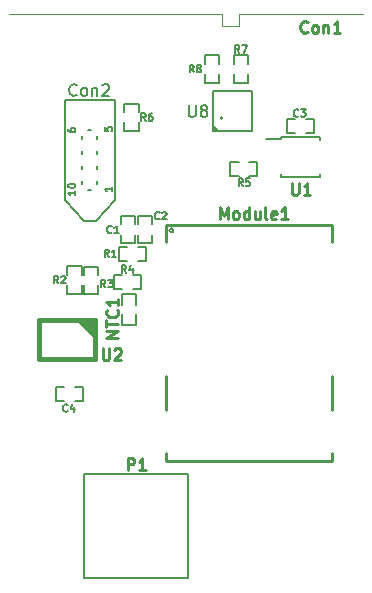
<source format=gbr>
G04 #@! TF.GenerationSoftware,KiCad,Pcbnew,5.1.9-73d0e3b20d~88~ubuntu20.04.1*
G04 #@! TF.CreationDate,2021-01-21T11:53:33+01:00*
G04 #@! TF.ProjectId,lorawan_e78-868ln22s_minipci,6c6f7261-7761-46e5-9f65-37382d383638,V1.0*
G04 #@! TF.SameCoordinates,Original*
G04 #@! TF.FileFunction,Legend,Top*
G04 #@! TF.FilePolarity,Positive*
%FSLAX46Y46*%
G04 Gerber Fmt 4.6, Leading zero omitted, Abs format (unit mm)*
G04 Created by KiCad (PCBNEW 5.1.9-73d0e3b20d~88~ubuntu20.04.1) date 2021-01-21 11:53:33*
%MOMM*%
%LPD*%
G01*
G04 APERTURE LIST*
%ADD10C,0.150000*%
%ADD11C,0.100000*%
%ADD12C,0.010000*%
%ADD13C,0.254000*%
%ADD14C,0.127000*%
%ADD15C,0.381000*%
%ADD16C,0.203200*%
%ADD17C,0.250000*%
G04 APERTURE END LIST*
D10*
X155420000Y-78945000D02*
X155420000Y-78945000D01*
X158720000Y-78945000D02*
X155420000Y-78945000D01*
X158720000Y-82395000D02*
X158720000Y-78945000D01*
X155420000Y-82395000D02*
X158720000Y-82395000D01*
X155420000Y-78945000D02*
X155420000Y-82395000D01*
D11*
G36*
X155920000Y-82370000D02*
G01*
X155420000Y-81870000D01*
X155420000Y-82370000D01*
X155920000Y-82370000D01*
G37*
X155920000Y-82370000D02*
X155420000Y-81870000D01*
X155420000Y-82370000D01*
X155920000Y-82370000D01*
D10*
X156220000Y-81270000D02*
G75*
G03*
X156220000Y-81270000I-100000J0D01*
G01*
X161165000Y-82895000D02*
X161165000Y-83070000D01*
X164515000Y-82895000D02*
X164515000Y-83145000D01*
X164515000Y-86245000D02*
X164515000Y-85995000D01*
X161165000Y-86245000D02*
X161165000Y-85995000D01*
X161165000Y-82895000D02*
X164515000Y-82895000D01*
X161165000Y-86245000D02*
X164515000Y-86245000D01*
X161165000Y-83070000D02*
X159915000Y-83070000D01*
X147710000Y-97880000D02*
X147710000Y-98780000D01*
X147710000Y-98780000D02*
X148910000Y-98780000D01*
X148910000Y-98780000D02*
X148910000Y-97880000D01*
X147710000Y-96180000D02*
X147710000Y-97080000D01*
X148910000Y-97080000D02*
X148910000Y-96180000D01*
X148910000Y-96180000D02*
X147710000Y-96180000D01*
D12*
X168137843Y-72467433D02*
X157637843Y-72467433D01*
X157637843Y-73467433D02*
X156137843Y-73467433D01*
X157637843Y-72467433D02*
X157637843Y-73467433D01*
X156137843Y-72467433D02*
X138137843Y-72467433D01*
X156137843Y-73467433D02*
X156137843Y-72467433D01*
D10*
X144530000Y-111410000D02*
X144530000Y-120210000D01*
X153330000Y-111410000D02*
X153330000Y-120210000D01*
X144530000Y-111410000D02*
X153330000Y-111410000D01*
X144530000Y-120210000D02*
X153330000Y-120210000D01*
D13*
X151450000Y-103080000D02*
X151450000Y-105950000D01*
X165450000Y-103080000D02*
X165450000Y-105950000D01*
X165450000Y-90340000D02*
X165450000Y-91760000D01*
X165450000Y-109650000D02*
X165450000Y-110340000D01*
X151450000Y-109650000D02*
X151450000Y-110340000D01*
X165450000Y-90340000D02*
X151450000Y-90340000D01*
X151450000Y-110340000D02*
X165450000Y-110340000D01*
X151450000Y-90340000D02*
X151450000Y-91760000D01*
D14*
X152069603Y-90780000D02*
G75*
G03*
X152069603Y-90780000I-179603J0D01*
G01*
D10*
X147630000Y-91140000D02*
X147630000Y-91840000D01*
X147630000Y-91840000D02*
X148830000Y-91840000D01*
X148830000Y-91840000D02*
X148830000Y-91140000D01*
X147630000Y-90240000D02*
X147630000Y-89540000D01*
X147630000Y-89540000D02*
X148830000Y-89540000D01*
X148830000Y-89540000D02*
X148830000Y-90240000D01*
X150260000Y-89550000D02*
X150260000Y-90250000D01*
X149060000Y-89550000D02*
X150260000Y-89550000D01*
X149060000Y-90250000D02*
X149060000Y-89550000D01*
X150260000Y-91850000D02*
X150260000Y-91150000D01*
X149060000Y-91850000D02*
X150260000Y-91850000D01*
X149060000Y-91150000D02*
X149060000Y-91850000D01*
X147470000Y-92150000D02*
X148170000Y-92150000D01*
X147470000Y-93350000D02*
X147470000Y-92150000D01*
X148170000Y-93350000D02*
X147470000Y-93350000D01*
X149770000Y-92150000D02*
X149070000Y-92150000D01*
X149770000Y-93350000D02*
X149770000Y-92150000D01*
X149070000Y-93350000D02*
X149770000Y-93350000D01*
X144290000Y-94530000D02*
X144290000Y-93830000D01*
X144290000Y-93830000D02*
X143090000Y-93830000D01*
X143090000Y-93830000D02*
X143090000Y-94530000D01*
X144290000Y-95430000D02*
X144290000Y-96130000D01*
X144290000Y-96130000D02*
X143090000Y-96130000D01*
X143090000Y-96130000D02*
X143090000Y-95430000D01*
X144490000Y-96140000D02*
X144490000Y-95440000D01*
X145690000Y-96140000D02*
X144490000Y-96140000D01*
X145690000Y-95440000D02*
X145690000Y-96140000D01*
X144490000Y-93840000D02*
X144490000Y-94540000D01*
X145690000Y-93840000D02*
X144490000Y-93840000D01*
X145690000Y-94540000D02*
X145690000Y-93840000D01*
X149330000Y-95760000D02*
X148630000Y-95760000D01*
X149330000Y-94560000D02*
X149330000Y-95760000D01*
X148630000Y-94560000D02*
X149330000Y-94560000D01*
X147030000Y-95760000D02*
X147730000Y-95760000D01*
X147030000Y-94560000D02*
X147030000Y-95760000D01*
X147730000Y-94560000D02*
X147030000Y-94560000D01*
X157580000Y-84970000D02*
X156880000Y-84970000D01*
X156880000Y-84970000D02*
X156880000Y-86170000D01*
X156880000Y-86170000D02*
X157580000Y-86170000D01*
X158480000Y-84970000D02*
X159180000Y-84970000D01*
X159180000Y-84970000D02*
X159180000Y-86170000D01*
X159180000Y-86170000D02*
X158480000Y-86170000D01*
D15*
X145450000Y-99750000D02*
X144150000Y-98450000D01*
X145450000Y-99400000D02*
X144450000Y-98400000D01*
X145450000Y-99100000D02*
X144750000Y-98400000D01*
X145450000Y-98750000D02*
X145100000Y-98400000D01*
X140650000Y-101700000D02*
X145450000Y-101700000D01*
X145450000Y-101700000D02*
X145450000Y-98400000D01*
X145450000Y-98400000D02*
X140650000Y-98400000D01*
X140650000Y-98400000D02*
X140650000Y-101700000D01*
D10*
X163250000Y-82550000D02*
X163950000Y-82550000D01*
X163950000Y-82550000D02*
X163950000Y-81350000D01*
X163950000Y-81350000D02*
X163250000Y-81350000D01*
X162350000Y-82550000D02*
X161650000Y-82550000D01*
X161650000Y-82550000D02*
X161650000Y-81350000D01*
X161650000Y-81350000D02*
X162350000Y-81350000D01*
X142120000Y-104050000D02*
X142820000Y-104050000D01*
X142120000Y-105250000D02*
X142120000Y-104050000D01*
X142820000Y-105250000D02*
X142120000Y-105250000D01*
X144420000Y-104050000D02*
X143720000Y-104050000D01*
X144420000Y-105250000D02*
X144420000Y-104050000D01*
X143720000Y-105250000D02*
X144420000Y-105250000D01*
X147910000Y-81640000D02*
X147910000Y-82340000D01*
X147910000Y-82340000D02*
X149110000Y-82340000D01*
X149110000Y-82340000D02*
X149110000Y-81640000D01*
X147910000Y-80740000D02*
X147910000Y-80040000D01*
X147910000Y-80040000D02*
X149110000Y-80040000D01*
X149110000Y-80040000D02*
X149110000Y-80740000D01*
X157160000Y-77570000D02*
X157160000Y-78270000D01*
X157160000Y-78270000D02*
X158360000Y-78270000D01*
X158360000Y-78270000D02*
X158360000Y-77570000D01*
X157160000Y-76670000D02*
X157160000Y-75970000D01*
X157160000Y-75970000D02*
X158360000Y-75970000D01*
X158360000Y-75970000D02*
X158360000Y-76670000D01*
X155900000Y-75970000D02*
X155900000Y-76670000D01*
X154700000Y-75970000D02*
X155900000Y-75970000D01*
X154700000Y-76670000D02*
X154700000Y-75970000D01*
X155900000Y-78270000D02*
X155900000Y-77570000D01*
X154700000Y-78270000D02*
X155900000Y-78270000D01*
X154700000Y-77570000D02*
X154700000Y-78270000D01*
X144853000Y-87340000D02*
X145107000Y-87340000D01*
X145615000Y-86832000D02*
X145615000Y-86578000D01*
X145615000Y-85562000D02*
X145615000Y-85308000D01*
X145615000Y-84292000D02*
X145615000Y-84038000D01*
X145615000Y-83022000D02*
X145615000Y-82768000D01*
X145107000Y-82260000D02*
X144853000Y-82260000D01*
X144345000Y-82768000D02*
X144345000Y-83022000D01*
X144345000Y-84038000D02*
X144345000Y-84292000D01*
X144345000Y-85308000D02*
X144345000Y-85562000D01*
X144345000Y-86578000D02*
X144345000Y-86832000D01*
X147080000Y-79700000D02*
X142880000Y-79700000D01*
X142880000Y-79700000D02*
X142880000Y-88200000D01*
X147080000Y-79700000D02*
X147080000Y-88200000D01*
X144980000Y-90000000D02*
X144480000Y-90000000D01*
X144480000Y-90000000D02*
X144980000Y-90000000D01*
X144980000Y-90000000D02*
X145480000Y-90000000D01*
X147080000Y-88200000D02*
X145480000Y-90000000D01*
X144480000Y-90000000D02*
X142880000Y-88200000D01*
D16*
X153368095Y-80162380D02*
X153368095Y-80971904D01*
X153415714Y-81067142D01*
X153463333Y-81114761D01*
X153558571Y-81162380D01*
X153749047Y-81162380D01*
X153844285Y-81114761D01*
X153891904Y-81067142D01*
X153939523Y-80971904D01*
X153939523Y-80162380D01*
X154558571Y-80590952D02*
X154463333Y-80543333D01*
X154415714Y-80495714D01*
X154368095Y-80400476D01*
X154368095Y-80352857D01*
X154415714Y-80257619D01*
X154463333Y-80210000D01*
X154558571Y-80162380D01*
X154749047Y-80162380D01*
X154844285Y-80210000D01*
X154891904Y-80257619D01*
X154939523Y-80352857D01*
X154939523Y-80400476D01*
X154891904Y-80495714D01*
X154844285Y-80543333D01*
X154749047Y-80590952D01*
X154558571Y-80590952D01*
X154463333Y-80638571D01*
X154415714Y-80686190D01*
X154368095Y-80781428D01*
X154368095Y-80971904D01*
X154415714Y-81067142D01*
X154463333Y-81114761D01*
X154558571Y-81162380D01*
X154749047Y-81162380D01*
X154844285Y-81114761D01*
X154891904Y-81067142D01*
X154939523Y-80971904D01*
X154939523Y-80781428D01*
X154891904Y-80686190D01*
X154844285Y-80638571D01*
X154749047Y-80590952D01*
D17*
X162098095Y-86762380D02*
X162098095Y-87571904D01*
X162145714Y-87667142D01*
X162193333Y-87714761D01*
X162288571Y-87762380D01*
X162479047Y-87762380D01*
X162574285Y-87714761D01*
X162621904Y-87667142D01*
X162669523Y-87571904D01*
X162669523Y-86762380D01*
X163669523Y-87762380D02*
X163098095Y-87762380D01*
X163383809Y-87762380D02*
X163383809Y-86762380D01*
X163288571Y-86905238D01*
X163193333Y-87000476D01*
X163098095Y-87048095D01*
X147382380Y-99882857D02*
X146382380Y-99882857D01*
X147382380Y-99311428D01*
X146382380Y-99311428D01*
X146382380Y-98978095D02*
X146382380Y-98406666D01*
X147382380Y-98692380D02*
X146382380Y-98692380D01*
X147287142Y-97501904D02*
X147334761Y-97549523D01*
X147382380Y-97692380D01*
X147382380Y-97787619D01*
X147334761Y-97930476D01*
X147239523Y-98025714D01*
X147144285Y-98073333D01*
X146953809Y-98120952D01*
X146810952Y-98120952D01*
X146620476Y-98073333D01*
X146525238Y-98025714D01*
X146430000Y-97930476D01*
X146382380Y-97787619D01*
X146382380Y-97692380D01*
X146430000Y-97549523D01*
X146477619Y-97501904D01*
X147382380Y-96549523D02*
X147382380Y-97120952D01*
X147382380Y-96835238D02*
X146382380Y-96835238D01*
X146525238Y-96930476D01*
X146620476Y-97025714D01*
X146668095Y-97120952D01*
X163428571Y-73957142D02*
X163380952Y-74004761D01*
X163238095Y-74052380D01*
X163142857Y-74052380D01*
X163000000Y-74004761D01*
X162904761Y-73909523D01*
X162857142Y-73814285D01*
X162809523Y-73623809D01*
X162809523Y-73480952D01*
X162857142Y-73290476D01*
X162904761Y-73195238D01*
X163000000Y-73100000D01*
X163142857Y-73052380D01*
X163238095Y-73052380D01*
X163380952Y-73100000D01*
X163428571Y-73147619D01*
X164000000Y-74052380D02*
X163904761Y-74004761D01*
X163857142Y-73957142D01*
X163809523Y-73861904D01*
X163809523Y-73576190D01*
X163857142Y-73480952D01*
X163904761Y-73433333D01*
X164000000Y-73385714D01*
X164142857Y-73385714D01*
X164238095Y-73433333D01*
X164285714Y-73480952D01*
X164333333Y-73576190D01*
X164333333Y-73861904D01*
X164285714Y-73957142D01*
X164238095Y-74004761D01*
X164142857Y-74052380D01*
X164000000Y-74052380D01*
X164761904Y-73385714D02*
X164761904Y-74052380D01*
X164761904Y-73480952D02*
X164809523Y-73433333D01*
X164904761Y-73385714D01*
X165047619Y-73385714D01*
X165142857Y-73433333D01*
X165190476Y-73528571D01*
X165190476Y-74052380D01*
X166190476Y-74052380D02*
X165619047Y-74052380D01*
X165904761Y-74052380D02*
X165904761Y-73052380D01*
X165809523Y-73195238D01*
X165714285Y-73290476D01*
X165619047Y-73338095D01*
X148191904Y-111062380D02*
X148191904Y-110062380D01*
X148572857Y-110062380D01*
X148668095Y-110110000D01*
X148715714Y-110157619D01*
X148763333Y-110252857D01*
X148763333Y-110395714D01*
X148715714Y-110490952D01*
X148668095Y-110538571D01*
X148572857Y-110586190D01*
X148191904Y-110586190D01*
X149715714Y-111062380D02*
X149144285Y-111062380D01*
X149430000Y-111062380D02*
X149430000Y-110062380D01*
X149334761Y-110205238D01*
X149239523Y-110300476D01*
X149144285Y-110348095D01*
X156000595Y-89832380D02*
X156000595Y-88832380D01*
X156333928Y-89546666D01*
X156667261Y-88832380D01*
X156667261Y-89832380D01*
X157286309Y-89832380D02*
X157191071Y-89784761D01*
X157143452Y-89737142D01*
X157095833Y-89641904D01*
X157095833Y-89356190D01*
X157143452Y-89260952D01*
X157191071Y-89213333D01*
X157286309Y-89165714D01*
X157429166Y-89165714D01*
X157524404Y-89213333D01*
X157572023Y-89260952D01*
X157619642Y-89356190D01*
X157619642Y-89641904D01*
X157572023Y-89737142D01*
X157524404Y-89784761D01*
X157429166Y-89832380D01*
X157286309Y-89832380D01*
X158476785Y-89832380D02*
X158476785Y-88832380D01*
X158476785Y-89784761D02*
X158381547Y-89832380D01*
X158191071Y-89832380D01*
X158095833Y-89784761D01*
X158048214Y-89737142D01*
X158000595Y-89641904D01*
X158000595Y-89356190D01*
X158048214Y-89260952D01*
X158095833Y-89213333D01*
X158191071Y-89165714D01*
X158381547Y-89165714D01*
X158476785Y-89213333D01*
X159381547Y-89165714D02*
X159381547Y-89832380D01*
X158952976Y-89165714D02*
X158952976Y-89689523D01*
X159000595Y-89784761D01*
X159095833Y-89832380D01*
X159238690Y-89832380D01*
X159333928Y-89784761D01*
X159381547Y-89737142D01*
X160000595Y-89832380D02*
X159905357Y-89784761D01*
X159857738Y-89689523D01*
X159857738Y-88832380D01*
X160762500Y-89784761D02*
X160667261Y-89832380D01*
X160476785Y-89832380D01*
X160381547Y-89784761D01*
X160333928Y-89689523D01*
X160333928Y-89308571D01*
X160381547Y-89213333D01*
X160476785Y-89165714D01*
X160667261Y-89165714D01*
X160762500Y-89213333D01*
X160810119Y-89308571D01*
X160810119Y-89403809D01*
X160333928Y-89499047D01*
X161762500Y-89832380D02*
X161191071Y-89832380D01*
X161476785Y-89832380D02*
X161476785Y-88832380D01*
X161381547Y-88975238D01*
X161286309Y-89070476D01*
X161191071Y-89118095D01*
D14*
X146824166Y-90956785D02*
X146793928Y-90987023D01*
X146703214Y-91017261D01*
X146642738Y-91017261D01*
X146552023Y-90987023D01*
X146491547Y-90926547D01*
X146461309Y-90866071D01*
X146431071Y-90745119D01*
X146431071Y-90654404D01*
X146461309Y-90533452D01*
X146491547Y-90472976D01*
X146552023Y-90412500D01*
X146642738Y-90382261D01*
X146703214Y-90382261D01*
X146793928Y-90412500D01*
X146824166Y-90442738D01*
X147428928Y-91017261D02*
X147066071Y-91017261D01*
X147247500Y-91017261D02*
X147247500Y-90382261D01*
X147187023Y-90472976D01*
X147126547Y-90533452D01*
X147066071Y-90563690D01*
X150894166Y-89786785D02*
X150863928Y-89817023D01*
X150773214Y-89847261D01*
X150712738Y-89847261D01*
X150622023Y-89817023D01*
X150561547Y-89756547D01*
X150531309Y-89696071D01*
X150501071Y-89575119D01*
X150501071Y-89484404D01*
X150531309Y-89363452D01*
X150561547Y-89302976D01*
X150622023Y-89242500D01*
X150712738Y-89212261D01*
X150773214Y-89212261D01*
X150863928Y-89242500D01*
X150894166Y-89272738D01*
X151136071Y-89272738D02*
X151166309Y-89242500D01*
X151226785Y-89212261D01*
X151377976Y-89212261D01*
X151438452Y-89242500D01*
X151468690Y-89272738D01*
X151498928Y-89333214D01*
X151498928Y-89393690D01*
X151468690Y-89484404D01*
X151105833Y-89847261D01*
X151498928Y-89847261D01*
X146594166Y-93037261D02*
X146382500Y-92734880D01*
X146231309Y-93037261D02*
X146231309Y-92402261D01*
X146473214Y-92402261D01*
X146533690Y-92432500D01*
X146563928Y-92462738D01*
X146594166Y-92523214D01*
X146594166Y-92613928D01*
X146563928Y-92674404D01*
X146533690Y-92704642D01*
X146473214Y-92734880D01*
X146231309Y-92734880D01*
X147198928Y-93037261D02*
X146836071Y-93037261D01*
X147017500Y-93037261D02*
X147017500Y-92402261D01*
X146957023Y-92492976D01*
X146896547Y-92553452D01*
X146836071Y-92583690D01*
X142324166Y-95267261D02*
X142112500Y-94964880D01*
X141961309Y-95267261D02*
X141961309Y-94632261D01*
X142203214Y-94632261D01*
X142263690Y-94662500D01*
X142293928Y-94692738D01*
X142324166Y-94753214D01*
X142324166Y-94843928D01*
X142293928Y-94904404D01*
X142263690Y-94934642D01*
X142203214Y-94964880D01*
X141961309Y-94964880D01*
X142566071Y-94692738D02*
X142596309Y-94662500D01*
X142656785Y-94632261D01*
X142807976Y-94632261D01*
X142868452Y-94662500D01*
X142898690Y-94692738D01*
X142928928Y-94753214D01*
X142928928Y-94813690D01*
X142898690Y-94904404D01*
X142535833Y-95267261D01*
X142928928Y-95267261D01*
X146314166Y-95607261D02*
X146102500Y-95304880D01*
X145951309Y-95607261D02*
X145951309Y-94972261D01*
X146193214Y-94972261D01*
X146253690Y-95002500D01*
X146283928Y-95032738D01*
X146314166Y-95093214D01*
X146314166Y-95183928D01*
X146283928Y-95244404D01*
X146253690Y-95274642D01*
X146193214Y-95304880D01*
X145951309Y-95304880D01*
X146525833Y-94972261D02*
X146918928Y-94972261D01*
X146707261Y-95214166D01*
X146797976Y-95214166D01*
X146858452Y-95244404D01*
X146888690Y-95274642D01*
X146918928Y-95335119D01*
X146918928Y-95486309D01*
X146888690Y-95546785D01*
X146858452Y-95577023D01*
X146797976Y-95607261D01*
X146616547Y-95607261D01*
X146556071Y-95577023D01*
X146525833Y-95546785D01*
X148064166Y-94367261D02*
X147852500Y-94064880D01*
X147701309Y-94367261D02*
X147701309Y-93732261D01*
X147943214Y-93732261D01*
X148003690Y-93762500D01*
X148033928Y-93792738D01*
X148064166Y-93853214D01*
X148064166Y-93943928D01*
X148033928Y-94004404D01*
X148003690Y-94034642D01*
X147943214Y-94064880D01*
X147701309Y-94064880D01*
X148608452Y-93943928D02*
X148608452Y-94367261D01*
X148457261Y-93702023D02*
X148306071Y-94155595D01*
X148699166Y-94155595D01*
X157944166Y-87017261D02*
X157732500Y-86714880D01*
X157581309Y-87017261D02*
X157581309Y-86382261D01*
X157823214Y-86382261D01*
X157883690Y-86412500D01*
X157913928Y-86442738D01*
X157944166Y-86503214D01*
X157944166Y-86593928D01*
X157913928Y-86654404D01*
X157883690Y-86684642D01*
X157823214Y-86714880D01*
X157581309Y-86714880D01*
X158518690Y-86382261D02*
X158216309Y-86382261D01*
X158186071Y-86684642D01*
X158216309Y-86654404D01*
X158276785Y-86624166D01*
X158427976Y-86624166D01*
X158488452Y-86654404D01*
X158518690Y-86684642D01*
X158548928Y-86745119D01*
X158548928Y-86896309D01*
X158518690Y-86956785D01*
X158488452Y-86987023D01*
X158427976Y-87017261D01*
X158276785Y-87017261D01*
X158216309Y-86987023D01*
X158186071Y-86956785D01*
D17*
X146068095Y-100772380D02*
X146068095Y-101581904D01*
X146115714Y-101677142D01*
X146163333Y-101724761D01*
X146258571Y-101772380D01*
X146449047Y-101772380D01*
X146544285Y-101724761D01*
X146591904Y-101677142D01*
X146639523Y-101581904D01*
X146639523Y-100772380D01*
X147068095Y-100867619D02*
X147115714Y-100820000D01*
X147210952Y-100772380D01*
X147449047Y-100772380D01*
X147544285Y-100820000D01*
X147591904Y-100867619D01*
X147639523Y-100962857D01*
X147639523Y-101058095D01*
X147591904Y-101200952D01*
X147020476Y-101772380D01*
X147639523Y-101772380D01*
D14*
X162644166Y-81106785D02*
X162613928Y-81137023D01*
X162523214Y-81167261D01*
X162462738Y-81167261D01*
X162372023Y-81137023D01*
X162311547Y-81076547D01*
X162281309Y-81016071D01*
X162251071Y-80895119D01*
X162251071Y-80804404D01*
X162281309Y-80683452D01*
X162311547Y-80622976D01*
X162372023Y-80562500D01*
X162462738Y-80532261D01*
X162523214Y-80532261D01*
X162613928Y-80562500D01*
X162644166Y-80592738D01*
X162855833Y-80532261D02*
X163248928Y-80532261D01*
X163037261Y-80774166D01*
X163127976Y-80774166D01*
X163188452Y-80804404D01*
X163218690Y-80834642D01*
X163248928Y-80895119D01*
X163248928Y-81046309D01*
X163218690Y-81106785D01*
X163188452Y-81137023D01*
X163127976Y-81167261D01*
X162946547Y-81167261D01*
X162886071Y-81137023D01*
X162855833Y-81106785D01*
X143114166Y-106076785D02*
X143083928Y-106107023D01*
X142993214Y-106137261D01*
X142932738Y-106137261D01*
X142842023Y-106107023D01*
X142781547Y-106046547D01*
X142751309Y-105986071D01*
X142721071Y-105865119D01*
X142721071Y-105774404D01*
X142751309Y-105653452D01*
X142781547Y-105592976D01*
X142842023Y-105532500D01*
X142932738Y-105502261D01*
X142993214Y-105502261D01*
X143083928Y-105532500D01*
X143114166Y-105562738D01*
X143658452Y-105713928D02*
X143658452Y-106137261D01*
X143507261Y-105472023D02*
X143356071Y-105925595D01*
X143749166Y-105925595D01*
X149714166Y-81507261D02*
X149502500Y-81204880D01*
X149351309Y-81507261D02*
X149351309Y-80872261D01*
X149593214Y-80872261D01*
X149653690Y-80902500D01*
X149683928Y-80932738D01*
X149714166Y-80993214D01*
X149714166Y-81083928D01*
X149683928Y-81144404D01*
X149653690Y-81174642D01*
X149593214Y-81204880D01*
X149351309Y-81204880D01*
X150258452Y-80872261D02*
X150137500Y-80872261D01*
X150077023Y-80902500D01*
X150046785Y-80932738D01*
X149986309Y-81023452D01*
X149956071Y-81144404D01*
X149956071Y-81386309D01*
X149986309Y-81446785D01*
X150016547Y-81477023D01*
X150077023Y-81507261D01*
X150197976Y-81507261D01*
X150258452Y-81477023D01*
X150288690Y-81446785D01*
X150318928Y-81386309D01*
X150318928Y-81235119D01*
X150288690Y-81174642D01*
X150258452Y-81144404D01*
X150197976Y-81114166D01*
X150077023Y-81114166D01*
X150016547Y-81144404D01*
X149986309Y-81174642D01*
X149956071Y-81235119D01*
X157644166Y-75757261D02*
X157432500Y-75454880D01*
X157281309Y-75757261D02*
X157281309Y-75122261D01*
X157523214Y-75122261D01*
X157583690Y-75152500D01*
X157613928Y-75182738D01*
X157644166Y-75243214D01*
X157644166Y-75333928D01*
X157613928Y-75394404D01*
X157583690Y-75424642D01*
X157523214Y-75454880D01*
X157281309Y-75454880D01*
X157855833Y-75122261D02*
X158279166Y-75122261D01*
X158007023Y-75757261D01*
X153794166Y-77407261D02*
X153582500Y-77104880D01*
X153431309Y-77407261D02*
X153431309Y-76772261D01*
X153673214Y-76772261D01*
X153733690Y-76802500D01*
X153763928Y-76832738D01*
X153794166Y-76893214D01*
X153794166Y-76983928D01*
X153763928Y-77044404D01*
X153733690Y-77074642D01*
X153673214Y-77104880D01*
X153431309Y-77104880D01*
X154157023Y-77044404D02*
X154096547Y-77014166D01*
X154066309Y-76983928D01*
X154036071Y-76923452D01*
X154036071Y-76893214D01*
X154066309Y-76832738D01*
X154096547Y-76802500D01*
X154157023Y-76772261D01*
X154277976Y-76772261D01*
X154338452Y-76802500D01*
X154368690Y-76832738D01*
X154398928Y-76893214D01*
X154398928Y-76923452D01*
X154368690Y-76983928D01*
X154338452Y-77014166D01*
X154277976Y-77044404D01*
X154157023Y-77044404D01*
X154096547Y-77074642D01*
X154066309Y-77104880D01*
X154036071Y-77165357D01*
X154036071Y-77286309D01*
X154066309Y-77346785D01*
X154096547Y-77377023D01*
X154157023Y-77407261D01*
X154277976Y-77407261D01*
X154338452Y-77377023D01*
X154368690Y-77346785D01*
X154398928Y-77286309D01*
X154398928Y-77165357D01*
X154368690Y-77104880D01*
X154338452Y-77074642D01*
X154277976Y-77044404D01*
D10*
X143868571Y-79287142D02*
X143820952Y-79334761D01*
X143678095Y-79382380D01*
X143582857Y-79382380D01*
X143440000Y-79334761D01*
X143344761Y-79239523D01*
X143297142Y-79144285D01*
X143249523Y-78953809D01*
X143249523Y-78810952D01*
X143297142Y-78620476D01*
X143344761Y-78525238D01*
X143440000Y-78430000D01*
X143582857Y-78382380D01*
X143678095Y-78382380D01*
X143820952Y-78430000D01*
X143868571Y-78477619D01*
X144440000Y-79382380D02*
X144344761Y-79334761D01*
X144297142Y-79287142D01*
X144249523Y-79191904D01*
X144249523Y-78906190D01*
X144297142Y-78810952D01*
X144344761Y-78763333D01*
X144440000Y-78715714D01*
X144582857Y-78715714D01*
X144678095Y-78763333D01*
X144725714Y-78810952D01*
X144773333Y-78906190D01*
X144773333Y-79191904D01*
X144725714Y-79287142D01*
X144678095Y-79334761D01*
X144582857Y-79382380D01*
X144440000Y-79382380D01*
X145201904Y-78715714D02*
X145201904Y-79382380D01*
X145201904Y-78810952D02*
X145249523Y-78763333D01*
X145344761Y-78715714D01*
X145487619Y-78715714D01*
X145582857Y-78763333D01*
X145630476Y-78858571D01*
X145630476Y-79382380D01*
X146059047Y-78477619D02*
X146106666Y-78430000D01*
X146201904Y-78382380D01*
X146440000Y-78382380D01*
X146535238Y-78430000D01*
X146582857Y-78477619D01*
X146630476Y-78572857D01*
X146630476Y-78668095D01*
X146582857Y-78810952D01*
X146011428Y-79382380D01*
X146630476Y-79382380D01*
X146867261Y-87118571D02*
X146867261Y-87481428D01*
X146867261Y-87300000D02*
X146232261Y-87300000D01*
X146322976Y-87360476D01*
X146383452Y-87420952D01*
X146413690Y-87481428D01*
X143767261Y-87420952D02*
X143767261Y-87783809D01*
X143767261Y-87602380D02*
X143132261Y-87602380D01*
X143222976Y-87662857D01*
X143283452Y-87723333D01*
X143313690Y-87783809D01*
X143132261Y-87027857D02*
X143132261Y-86967380D01*
X143162500Y-86906904D01*
X143192738Y-86876666D01*
X143253214Y-86846428D01*
X143374166Y-86816190D01*
X143525357Y-86816190D01*
X143646309Y-86846428D01*
X143706785Y-86876666D01*
X143737023Y-86906904D01*
X143767261Y-86967380D01*
X143767261Y-87027857D01*
X143737023Y-87088333D01*
X143706785Y-87118571D01*
X143646309Y-87148809D01*
X143525357Y-87179047D01*
X143374166Y-87179047D01*
X143253214Y-87148809D01*
X143192738Y-87118571D01*
X143162500Y-87088333D01*
X143132261Y-87027857D01*
X146232261Y-82048809D02*
X146232261Y-82351190D01*
X146534642Y-82381428D01*
X146504404Y-82351190D01*
X146474166Y-82290714D01*
X146474166Y-82139523D01*
X146504404Y-82079047D01*
X146534642Y-82048809D01*
X146595119Y-82018571D01*
X146746309Y-82018571D01*
X146806785Y-82048809D01*
X146837023Y-82079047D01*
X146867261Y-82139523D01*
X146867261Y-82290714D01*
X146837023Y-82351190D01*
X146806785Y-82381428D01*
X143132261Y-82179047D02*
X143132261Y-82300000D01*
X143162500Y-82360476D01*
X143192738Y-82390714D01*
X143283452Y-82451190D01*
X143404404Y-82481428D01*
X143646309Y-82481428D01*
X143706785Y-82451190D01*
X143737023Y-82420952D01*
X143767261Y-82360476D01*
X143767261Y-82239523D01*
X143737023Y-82179047D01*
X143706785Y-82148809D01*
X143646309Y-82118571D01*
X143495119Y-82118571D01*
X143434642Y-82148809D01*
X143404404Y-82179047D01*
X143374166Y-82239523D01*
X143374166Y-82360476D01*
X143404404Y-82420952D01*
X143434642Y-82451190D01*
X143495119Y-82481428D01*
M02*

</source>
